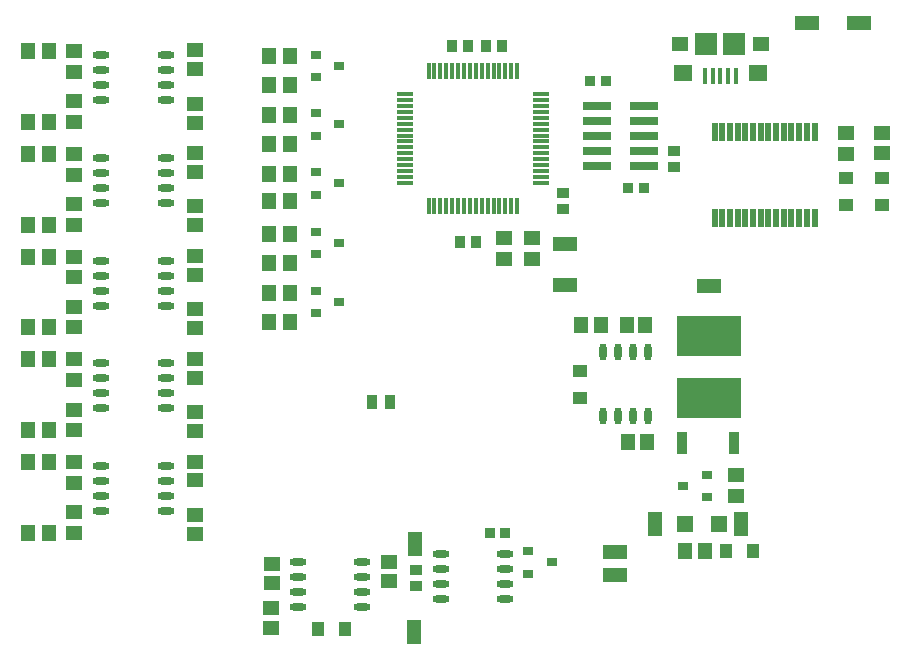
<source format=gbr>
%TF.GenerationSoftware,Altium Limited,Altium Designer,18.1.9 (240)*%
G04 Layer_Color=8421504*
%FSLAX26Y26*%
%MOIN*%
%TF.FileFunction,Paste,Top*%
%TF.Part,Single*%
G01*
G75*
%TA.AperFunction,SMDPad,CuDef*%
%ADD10R,0.019291X0.064961*%
%ADD11R,0.045276X0.053150*%
%ADD12R,0.051181X0.055118*%
%ADD13R,0.039370X0.035433*%
%ADD14R,0.214567X0.137795*%
%ADD15R,0.035433X0.074803*%
%ADD16R,0.035433X0.031496*%
%ADD17R,0.053150X0.045276*%
%ADD18R,0.053150X0.057087*%
%ADD19O,0.023622X0.057087*%
%ADD20R,0.051181X0.043307*%
%ADD21R,0.035433X0.039370*%
%ADD22R,0.033465X0.037402*%
%ADD23R,0.074803X0.074803*%
%TA.AperFunction,ConnectorPad*%
%ADD24R,0.057087X0.051181*%
%ADD25R,0.062992X0.055118*%
%ADD26R,0.015748X0.053150*%
%TA.AperFunction,SMDPad,CuDef*%
%ADD27O,0.057087X0.023622*%
%ADD28R,0.055118X0.051181*%
%ADD29R,0.043307X0.051181*%
%ADD30R,0.045276X0.080709*%
%ADD31R,0.080709X0.045276*%
%TA.AperFunction,ConnectorPad*%
%ADD32R,0.045276X0.080709*%
%TA.AperFunction,SMDPad,CuDef*%
%ADD33R,0.094488X0.029921*%
%TA.AperFunction,ConnectorPad*%
%ADD34R,0.035433X0.039370*%
%TA.AperFunction,SMDPad,CuDef*%
%ADD35R,0.053150X0.011811*%
%ADD36R,0.011811X0.053150*%
%ADD37R,0.037402X0.049213*%
D10*
X6575787Y6123032D02*
D03*
X6550197D02*
D03*
X6524606D02*
D03*
X6499016D02*
D03*
X6473425D02*
D03*
X6447835D02*
D03*
X6422244D02*
D03*
X6396654D02*
D03*
X6371063D02*
D03*
X6345472D02*
D03*
X6319882D02*
D03*
X6294291D02*
D03*
X6268701D02*
D03*
X6243110D02*
D03*
X6575787Y5837599D02*
D03*
X6550197D02*
D03*
X6524606D02*
D03*
X6499016D02*
D03*
X6473425D02*
D03*
X6447835D02*
D03*
X6422244D02*
D03*
X6396654D02*
D03*
X6371063D02*
D03*
X6345472D02*
D03*
X6319882D02*
D03*
X6294291D02*
D03*
X6268701D02*
D03*
X6243110D02*
D03*
D11*
X4825787Y6375985D02*
D03*
X4756889D02*
D03*
X4825787Y6279528D02*
D03*
X4756889D02*
D03*
X5865355Y5479499D02*
D03*
X5796457D02*
D03*
X6211614Y4728346D02*
D03*
X6142717D02*
D03*
X3955711Y4787401D02*
D03*
X4024607D02*
D03*
X3955709Y5023622D02*
D03*
X4024607D02*
D03*
X3955709Y5129921D02*
D03*
X4024607D02*
D03*
X3955709Y5366141D02*
D03*
X4024607D02*
D03*
X3955711Y5472439D02*
D03*
X4024607D02*
D03*
X3955709Y5708661D02*
D03*
X4024607D02*
D03*
X3955709Y5814961D02*
D03*
X4024607D02*
D03*
X3955709Y6051181D02*
D03*
X4024607D02*
D03*
X3955709Y6157480D02*
D03*
X4024607D02*
D03*
X3955709Y6393701D02*
D03*
X4024607D02*
D03*
X4825788Y6181102D02*
D03*
X4756890D02*
D03*
X4825787Y6082677D02*
D03*
X4756889D02*
D03*
X4825788Y5984252D02*
D03*
X4756890D02*
D03*
X4825787Y5893701D02*
D03*
X4756889D02*
D03*
X4825788Y5785433D02*
D03*
X4756890D02*
D03*
X4825787Y5687009D02*
D03*
X4756891D02*
D03*
X4825787Y5588583D02*
D03*
X4756891D02*
D03*
X4825787Y5490157D02*
D03*
X4756889D02*
D03*
D12*
X6012177Y5479498D02*
D03*
X5949185D02*
D03*
X6015945Y5089399D02*
D03*
X5952953D02*
D03*
D13*
X5736221Y5867126D02*
D03*
Y5920276D02*
D03*
X6106299Y6062009D02*
D03*
Y6008859D02*
D03*
X5248032Y4665354D02*
D03*
Y4612204D02*
D03*
D14*
X6224409Y5236221D02*
D03*
Y5442914D02*
D03*
D15*
X6134843Y5086615D02*
D03*
X6306103D02*
D03*
D16*
X6216535Y4907481D02*
D03*
Y4982283D02*
D03*
X6137796Y4944881D02*
D03*
X5622046Y4726378D02*
D03*
Y4651574D02*
D03*
X5700788Y4688976D02*
D03*
X4913387Y6381890D02*
D03*
Y6307088D02*
D03*
X4992127Y6344488D02*
D03*
X4913387Y6187007D02*
D03*
Y6112205D02*
D03*
X4992127Y6149605D02*
D03*
X4913386Y5990157D02*
D03*
Y5915355D02*
D03*
X4992126Y5952755D02*
D03*
X4913386Y5791339D02*
D03*
Y5716537D02*
D03*
X4992126Y5753937D02*
D03*
X4913386Y5594488D02*
D03*
Y5519686D02*
D03*
X4992126Y5557086D02*
D03*
D17*
X6314961Y4979331D02*
D03*
Y4910433D02*
D03*
X5633858Y5701771D02*
D03*
Y5770669D02*
D03*
X5539370Y5701772D02*
D03*
Y5770670D02*
D03*
X6799213Y6053149D02*
D03*
Y6122047D02*
D03*
X6681103Y6052165D02*
D03*
Y6121063D02*
D03*
X4764596Y4538417D02*
D03*
Y4469521D02*
D03*
X4108269Y5366141D02*
D03*
Y5297243D02*
D03*
X4108269Y4787401D02*
D03*
Y4856300D02*
D03*
X4108269Y5023622D02*
D03*
Y4954724D02*
D03*
X4108269Y5129923D02*
D03*
Y5198819D02*
D03*
Y5472441D02*
D03*
Y5541339D02*
D03*
X4108267Y5814961D02*
D03*
Y5883859D02*
D03*
X4108269Y5708661D02*
D03*
Y5639763D02*
D03*
X4108267Y6051181D02*
D03*
Y5982283D02*
D03*
Y6157480D02*
D03*
Y6226378D02*
D03*
Y6393700D02*
D03*
Y6324802D02*
D03*
D18*
X6258858Y4818897D02*
D03*
X6142717D02*
D03*
D19*
X5870079Y5177165D02*
D03*
X5920079D02*
D03*
X5970079D02*
D03*
X6020079D02*
D03*
X5870079Y5391731D02*
D03*
X5920079D02*
D03*
X5970079D02*
D03*
X6020079D02*
D03*
D20*
X5795473Y5327924D02*
D03*
Y5237372D02*
D03*
X6799213Y5970472D02*
D03*
Y5879920D02*
D03*
X6681103Y5970472D02*
D03*
Y5879921D02*
D03*
D21*
X5447834Y5755905D02*
D03*
X5394685D02*
D03*
D22*
X6005906Y5937007D02*
D03*
X5954724D02*
D03*
X5545275Y4787402D02*
D03*
X5494095D02*
D03*
X5879921Y6295275D02*
D03*
X5828741D02*
D03*
D23*
X6214567Y6416339D02*
D03*
X6309055D02*
D03*
D24*
X6126969D02*
D03*
X6396654D02*
D03*
D25*
X6135827Y6319882D02*
D03*
X6387795D02*
D03*
D26*
X6210630Y6311024D02*
D03*
X6236221D02*
D03*
X6261811D02*
D03*
X6287402D02*
D03*
X6312992D02*
D03*
D27*
X5544292Y4566732D02*
D03*
Y4616732D02*
D03*
Y4666732D02*
D03*
Y4716732D02*
D03*
X5329724Y4566732D02*
D03*
Y4616732D02*
D03*
Y4666732D02*
D03*
Y4716732D02*
D03*
X4854164Y4689371D02*
D03*
Y4639371D02*
D03*
Y4589371D02*
D03*
Y4539371D02*
D03*
X5068730Y4689371D02*
D03*
Y4639371D02*
D03*
Y4589371D02*
D03*
Y4539371D02*
D03*
X4197835Y5010039D02*
D03*
Y4960039D02*
D03*
Y4910039D02*
D03*
Y4860039D02*
D03*
X4412403Y5010039D02*
D03*
Y4960039D02*
D03*
Y4910039D02*
D03*
Y4860039D02*
D03*
X4197835Y5352559D02*
D03*
Y5302559D02*
D03*
Y5252559D02*
D03*
Y5202559D02*
D03*
X4412401Y5352559D02*
D03*
Y5302559D02*
D03*
Y5252559D02*
D03*
Y5202559D02*
D03*
X4197833Y5695079D02*
D03*
Y5645079D02*
D03*
Y5595079D02*
D03*
Y5545079D02*
D03*
X4412401Y5695079D02*
D03*
Y5645079D02*
D03*
Y5595079D02*
D03*
Y5545079D02*
D03*
Y5887599D02*
D03*
Y5937599D02*
D03*
Y5987599D02*
D03*
Y6037599D02*
D03*
X4197835Y5887599D02*
D03*
Y5937599D02*
D03*
Y5987599D02*
D03*
Y6037599D02*
D03*
Y6380116D02*
D03*
Y6330116D02*
D03*
Y6280116D02*
D03*
Y6230116D02*
D03*
X4412403Y6380116D02*
D03*
Y6330116D02*
D03*
Y6280116D02*
D03*
Y6230116D02*
D03*
D28*
X5156497Y4689175D02*
D03*
Y4626181D02*
D03*
X4766397Y4685236D02*
D03*
Y4622244D02*
D03*
X4511809Y5710631D02*
D03*
Y5647639D02*
D03*
X4511811Y5470473D02*
D03*
Y5533465D02*
D03*
Y5368109D02*
D03*
Y5305117D02*
D03*
X4511810Y5127953D02*
D03*
Y5190945D02*
D03*
X4511811Y5025590D02*
D03*
Y4962597D02*
D03*
Y4785431D02*
D03*
Y4848423D02*
D03*
Y5812993D02*
D03*
Y5875984D02*
D03*
Y6053149D02*
D03*
Y5990157D02*
D03*
X4511809Y6155512D02*
D03*
Y6218504D02*
D03*
X4511811Y6395668D02*
D03*
Y6332676D02*
D03*
D29*
X4919292Y4468503D02*
D03*
X5009842D02*
D03*
X6279528Y4728346D02*
D03*
X6370079D02*
D03*
D30*
X6330709Y4818898D02*
D03*
X6043307D02*
D03*
X5244095Y4751968D02*
D03*
D31*
X6224409Y5610236D02*
D03*
X5909449Y4724409D02*
D03*
Y4645669D02*
D03*
X5744095Y5751968D02*
D03*
Y5614173D02*
D03*
X6551181Y6488189D02*
D03*
X6724409D02*
D03*
D32*
X5240158Y4456693D02*
D03*
D33*
X6005905Y6010236D02*
D03*
X5852361D02*
D03*
X6005905Y6060236D02*
D03*
X5852361D02*
D03*
X6005905Y6110236D02*
D03*
X5852361D02*
D03*
X6005905Y6160236D02*
D03*
X5852361D02*
D03*
X6005905Y6210236D02*
D03*
X5852361D02*
D03*
D34*
X5367126Y6409449D02*
D03*
X5420276D02*
D03*
X5534450Y6409449D02*
D03*
X5481300D02*
D03*
D35*
X5663386Y6250000D02*
D03*
Y6230315D02*
D03*
Y6210630D02*
D03*
Y6190945D02*
D03*
Y6171260D02*
D03*
Y6151575D02*
D03*
Y6131890D02*
D03*
Y6112205D02*
D03*
Y6092520D02*
D03*
Y6072835D02*
D03*
Y6053150D02*
D03*
Y6033465D02*
D03*
Y6013780D02*
D03*
Y5994095D02*
D03*
Y5974409D02*
D03*
Y5954725D02*
D03*
X5210630D02*
D03*
Y5974409D02*
D03*
Y5994095D02*
D03*
Y6013780D02*
D03*
Y6033465D02*
D03*
Y6053150D02*
D03*
Y6072835D02*
D03*
Y6092520D02*
D03*
Y6112205D02*
D03*
Y6131890D02*
D03*
Y6151575D02*
D03*
Y6171260D02*
D03*
Y6190945D02*
D03*
Y6210630D02*
D03*
Y6230315D02*
D03*
Y6250000D02*
D03*
D36*
X5584646Y5875984D02*
D03*
X5564961D02*
D03*
X5545276D02*
D03*
X5525591D02*
D03*
X5505906D02*
D03*
X5486221D02*
D03*
X5466535D02*
D03*
X5446850D02*
D03*
X5427165D02*
D03*
X5407480D02*
D03*
X5387795D02*
D03*
X5368110D02*
D03*
X5348425D02*
D03*
X5328740D02*
D03*
X5309055D02*
D03*
X5289370D02*
D03*
Y6328740D02*
D03*
X5309055D02*
D03*
X5328740D02*
D03*
X5348425D02*
D03*
X5368110D02*
D03*
X5387795D02*
D03*
X5407480D02*
D03*
X5427165D02*
D03*
X5446850D02*
D03*
X5466535D02*
D03*
X5486221D02*
D03*
X5505906D02*
D03*
X5525591D02*
D03*
X5545276D02*
D03*
X5564961D02*
D03*
X5584646D02*
D03*
D37*
X5160434Y5224408D02*
D03*
X5099410D02*
D03*
%TF.MD5,c6908b261e9986183231c8ca771f3d07*%
M02*

</source>
